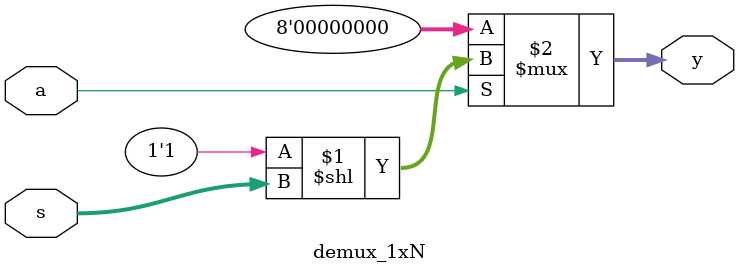
<source format=v>
module demux_1xN #(parameter N=8,parameter Sel=3)(a,s,y);
  input a;
  input [Sel-1:0]s;
  output [N-1:0] y;
  
  assign y=a?(1'b1<<s):{N{1'b0}};
endmodule

</source>
